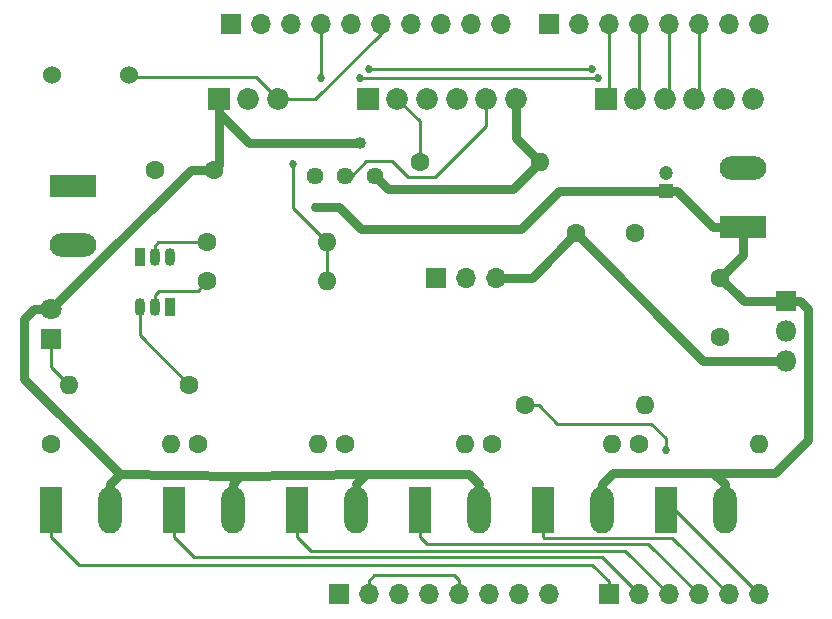
<source format=gbr>
G04 #@! TF.GenerationSoftware,KiCad,Pcbnew,(5.1.5)-3*
G04 #@! TF.CreationDate,2020-01-11T20:00:42-05:00*
G04 #@! TF.ProjectId,data_station_backpack,64617461-5f73-4746-9174-696f6e5f6261,rev?*
G04 #@! TF.SameCoordinates,Original*
G04 #@! TF.FileFunction,Copper,L1,Top*
G04 #@! TF.FilePolarity,Positive*
%FSLAX46Y46*%
G04 Gerber Fmt 4.6, Leading zero omitted, Abs format (unit mm)*
G04 Created by KiCad (PCBNEW (5.1.5)-3) date 2020-01-11 20:00:42*
%MOMM*%
%LPD*%
G04 APERTURE LIST*
%ADD10O,1.700000X1.700000*%
%ADD11R,1.700000X1.700000*%
%ADD12C,1.440000*%
%ADD13C,1.600000*%
%ADD14C,1.200000*%
%ADD15R,1.200000X1.200000*%
%ADD16C,1.800000*%
%ADD17R,1.800000X1.800000*%
%ADD18O,1.600000X1.600000*%
%ADD19O,1.800000X1.800000*%
%ADD20C,1.524000*%
%ADD21R,1.980000X3.960000*%
%ADD22O,1.980000X3.960000*%
%ADD23R,1.850000X1.850000*%
%ADD24C,1.850000*%
%ADD25O,3.960000X1.980000*%
%ADD26R,3.960000X1.980000*%
%ADD27R,0.900000X1.500000*%
%ADD28O,0.900000X1.500000*%
%ADD29C,1.016000*%
%ADD30C,0.685800*%
%ADD31C,0.250000*%
%ADD32C,0.762000*%
%ADD33C,0.254000*%
G04 APERTURE END LIST*
D10*
X174498000Y-75565000D03*
X171958000Y-75565000D03*
X169418000Y-75565000D03*
X166878000Y-75565000D03*
X164338000Y-75565000D03*
X161798000Y-75565000D03*
X159258000Y-75565000D03*
D11*
X156718000Y-75565000D03*
D12*
X136906000Y-88392000D03*
X139446000Y-88392000D03*
X141986000Y-88392000D03*
D13*
X171259500Y-102028000D03*
X171259500Y-97028000D03*
D14*
X166624000Y-88162000D03*
D15*
X166624000Y-89662000D03*
D13*
X164020500Y-93281500D03*
X159020500Y-93281500D03*
X123397000Y-87884000D03*
X128397000Y-87884000D03*
D16*
X114617500Y-99695000D03*
D17*
X114617500Y-102235000D03*
D13*
X114554000Y-111125000D03*
D18*
X124714000Y-111125000D03*
D13*
X127000000Y-111125000D03*
D18*
X137160000Y-111125000D03*
X149606000Y-111125000D03*
D13*
X139446000Y-111125000D03*
X151892000Y-111125000D03*
D18*
X162052000Y-111125000D03*
X174498000Y-111125000D03*
D13*
X164338000Y-111125000D03*
X154749500Y-107823000D03*
D18*
X164909500Y-107823000D03*
X137985500Y-94043500D03*
D13*
X127825500Y-94043500D03*
X145796000Y-87249000D03*
D18*
X155956000Y-87249000D03*
X116141500Y-106108500D03*
D13*
X126301500Y-106108500D03*
D18*
X137985500Y-97345500D03*
D13*
X127825500Y-97345500D03*
D19*
X176847500Y-104076500D03*
X176847500Y-101536500D03*
D17*
X176847500Y-98996500D03*
D20*
X121181000Y-79883000D03*
X114681000Y-79883000D03*
D21*
X114594000Y-116713000D03*
D22*
X119594000Y-116713000D03*
D21*
X124968000Y-116713000D03*
D22*
X129968000Y-116713000D03*
D23*
X141424000Y-81915000D03*
D24*
X143924000Y-81915000D03*
X146424000Y-81915000D03*
X148924000Y-81915000D03*
X151424000Y-81915000D03*
X153924000Y-81915000D03*
D22*
X140382000Y-116713000D03*
D21*
X135382000Y-116713000D03*
X145796000Y-116713000D03*
D22*
X150796000Y-116713000D03*
X161210000Y-116713000D03*
D21*
X156210000Y-116713000D03*
D24*
X174044000Y-81915000D03*
X171544000Y-81915000D03*
X169044000Y-81915000D03*
X166544000Y-81915000D03*
X164044000Y-81915000D03*
D23*
X161544000Y-81915000D03*
D21*
X166624000Y-116713000D03*
D22*
X171624000Y-116713000D03*
D25*
X116459000Y-94297500D03*
D26*
X116459000Y-89297500D03*
D24*
X133778000Y-81915000D03*
X131278000Y-81915000D03*
D23*
X128778000Y-81915000D03*
D10*
X152273000Y-97028000D03*
X149733000Y-97028000D03*
D11*
X147193000Y-97028000D03*
D10*
X174498000Y-123825000D03*
X171958000Y-123825000D03*
X169418000Y-123825000D03*
X166878000Y-123825000D03*
X164338000Y-123825000D03*
D11*
X161798000Y-123825000D03*
X138938000Y-123825000D03*
D10*
X141478000Y-123825000D03*
X144018000Y-123825000D03*
X146558000Y-123825000D03*
X149098000Y-123825000D03*
X151638000Y-123825000D03*
X154178000Y-123825000D03*
X156718000Y-123825000D03*
X152654000Y-75565000D03*
X150114000Y-75565000D03*
X147574000Y-75565000D03*
X145034000Y-75565000D03*
X142494000Y-75565000D03*
X139954000Y-75565000D03*
X137414000Y-75565000D03*
X134874000Y-75565000D03*
X132334000Y-75565000D03*
D11*
X129794000Y-75565000D03*
D26*
X173164500Y-92710000D03*
D25*
X173164500Y-87710000D03*
D27*
X122110500Y-95313500D03*
D28*
X124650500Y-95313500D03*
X123380500Y-95313500D03*
X123380500Y-99504500D03*
X122110500Y-99504500D03*
D27*
X124650500Y-99504500D03*
D29*
X140779502Y-85661500D03*
D30*
X136969500Y-91059000D03*
X166624000Y-111633000D03*
X135064500Y-87376000D03*
X160401000Y-79375000D03*
X141478000Y-79375000D03*
X160909000Y-80137000D03*
X140715990Y-80137000D03*
X137414000Y-80137000D03*
D31*
X150796000Y-116713000D02*
X150796000Y-114483000D01*
D32*
X141073000Y-113792000D02*
X141097000Y-113792000D01*
X140382000Y-114483000D02*
X141073000Y-113792000D01*
D31*
X140382000Y-116713000D02*
X140382000Y-114483000D01*
D32*
X141224000Y-113665000D02*
X141097000Y-113792000D01*
X150796000Y-114483000D02*
X149978000Y-113665000D01*
X149978000Y-113665000D02*
X141224000Y-113665000D01*
X119594000Y-114483000D02*
X119594000Y-116713000D01*
X120412000Y-113665000D02*
X119594000Y-114483000D01*
X130429000Y-114022000D02*
X130429000Y-113792000D01*
X129968000Y-116713000D02*
X129968000Y-114483000D01*
X129968000Y-114483000D02*
X130429000Y-114022000D01*
X141224000Y-113665000D02*
X130429000Y-113792000D01*
X130429000Y-113792000D02*
X120412000Y-113665000D01*
X153924000Y-85217000D02*
X155956000Y-87249000D01*
X153924000Y-81915000D02*
X153924000Y-85217000D01*
X128778000Y-83094000D02*
X128778000Y-81915000D01*
X155156001Y-88048999D02*
X155956000Y-87249000D01*
X141986000Y-88392000D02*
X143129000Y-89535000D01*
X153670000Y-89535000D02*
X155156001Y-88048999D01*
X143129000Y-89535000D02*
X153670000Y-89535000D01*
X112331500Y-105584500D02*
X120412000Y-113665000D01*
X112331500Y-100520500D02*
X112331500Y-105584500D01*
X113157000Y-99695000D02*
X114617500Y-99695000D01*
X112331500Y-100520500D02*
X113157000Y-99695000D01*
X155274000Y-97028000D02*
X159020500Y-93281500D01*
X152273000Y-97028000D02*
X155274000Y-97028000D01*
X128778000Y-83094000D02*
X131345500Y-85661500D01*
X131345500Y-85661500D02*
X140061082Y-85661500D01*
X140061082Y-85661500D02*
X140779502Y-85661500D01*
X175574708Y-104076500D02*
X176847500Y-104076500D01*
X159020500Y-93281500D02*
X169815500Y-104076500D01*
X169815500Y-104076500D02*
X175574708Y-104076500D01*
X128778000Y-87503000D02*
X128397000Y-87884000D01*
X128778000Y-83094000D02*
X128778000Y-87503000D01*
X128397000Y-87884000D02*
X126428500Y-87884000D01*
X116903500Y-97409000D02*
X114617500Y-99695000D01*
X126428500Y-87884000D02*
X116903500Y-97409000D01*
X162155000Y-113538000D02*
X161210000Y-114483000D01*
X161210000Y-114483000D02*
X161210000Y-116713000D01*
X170679000Y-113538000D02*
X162155000Y-113538000D01*
X171624000Y-116713000D02*
X171624000Y-114483000D01*
X173228000Y-98996500D02*
X171259500Y-97028000D01*
X176847500Y-98996500D02*
X173228000Y-98996500D01*
X173164500Y-95123000D02*
X171259500Y-97028000D01*
X173164500Y-92710000D02*
X173164500Y-95123000D01*
X170930500Y-92710000D02*
X173164500Y-92710000D01*
X170624500Y-113538000D02*
X170679000Y-113538000D01*
X171624000Y-114483000D02*
X170624500Y-113538000D01*
X176847500Y-98996500D02*
X178001500Y-98996500D01*
X178001500Y-98996500D02*
X178689000Y-99684000D01*
X154368500Y-92900500D02*
X140843000Y-92900500D01*
X139001500Y-91059000D02*
X136969500Y-91059000D01*
X157607000Y-89662000D02*
X154368500Y-92900500D01*
X166624000Y-89662000D02*
X157607000Y-89662000D01*
X140843000Y-92900500D02*
X139001500Y-91059000D01*
X166624000Y-89662000D02*
X167576500Y-89662000D01*
X170624500Y-92710000D02*
X170930500Y-92710000D01*
X167576500Y-89662000D02*
X170624500Y-92710000D01*
X175895000Y-113538000D02*
X170624500Y-113538000D01*
X178689000Y-99684000D02*
X178689000Y-110744000D01*
X178689000Y-110744000D02*
X175895000Y-113538000D01*
D33*
X114617500Y-104584500D02*
X116141500Y-106108500D01*
X114617500Y-102235000D02*
X114617500Y-104584500D01*
D31*
X161798000Y-123825000D02*
X161798000Y-122725000D01*
D33*
X114594000Y-118943000D02*
X114594000Y-116713000D01*
X116999500Y-121348500D02*
X114594000Y-118943000D01*
X161798000Y-122725000D02*
X160421500Y-121348500D01*
X160421500Y-121348500D02*
X116999500Y-121348500D01*
X124968000Y-118943000D02*
X124968000Y-116713000D01*
D31*
X126421000Y-120396000D02*
X124968000Y-118943000D01*
D33*
X126738500Y-120713500D02*
X126421000Y-120396000D01*
X164338000Y-123825000D02*
X161226500Y-120713500D01*
X161226500Y-120713500D02*
X126738500Y-120713500D01*
X145796000Y-83787000D02*
X145796000Y-87249000D01*
X143924000Y-81915000D02*
X145796000Y-83787000D01*
X147066000Y-88519000D02*
X151424000Y-84161000D01*
X151424000Y-83223147D02*
X151424000Y-81915000D01*
X140081000Y-88392000D02*
X141287500Y-87185500D01*
X151424000Y-84161000D02*
X151424000Y-83223147D01*
X139446000Y-88392000D02*
X140081000Y-88392000D01*
X144780000Y-88519000D02*
X147066000Y-88519000D01*
X141287500Y-87185500D02*
X143446500Y-87185500D01*
X143446500Y-87185500D02*
X144780000Y-88519000D01*
X136581000Y-120142000D02*
X135382000Y-118943000D01*
X166878000Y-123825000D02*
X163195000Y-120142000D01*
X135382000Y-118943000D02*
X135382000Y-116713000D01*
X163195000Y-120142000D02*
X136581000Y-120142000D01*
X146423500Y-119570500D02*
X145796000Y-118943000D01*
X169418000Y-123825000D02*
X165163500Y-119570500D01*
X145796000Y-118943000D02*
X145796000Y-116713000D01*
X165163500Y-119570500D02*
X146423500Y-119570500D01*
X171958000Y-123825000D02*
X167178967Y-119045967D01*
X156312967Y-119045967D02*
X156210000Y-118943000D01*
X167178967Y-119045967D02*
X156312967Y-119045967D01*
X156210000Y-118943000D02*
X156210000Y-116713000D01*
X167386000Y-116713000D02*
X166624000Y-116713000D01*
X174498000Y-123825000D02*
X167386000Y-116713000D01*
X155880870Y-107823000D02*
X154749500Y-107823000D01*
X157468370Y-109410500D02*
X155880870Y-107823000D01*
X165417500Y-109410500D02*
X157468370Y-109410500D01*
X166624000Y-110617000D02*
X165417500Y-109410500D01*
X166624000Y-111633000D02*
X166624000Y-110617000D01*
X123380500Y-94309500D02*
X123380500Y-95313500D01*
X123646500Y-94043500D02*
X123380500Y-94309500D01*
X127825500Y-94043500D02*
X123646500Y-94043500D01*
X122110500Y-101917500D02*
X126301500Y-106108500D01*
X122110500Y-99504500D02*
X122110500Y-101917500D01*
X123380500Y-99135500D02*
X123380500Y-100139500D01*
X123735501Y-98145499D02*
X123380500Y-98500500D01*
X127025501Y-98145499D02*
X123735501Y-98145499D01*
X123380500Y-98500500D02*
X123380500Y-99504500D01*
X127825500Y-97345500D02*
X127025501Y-98145499D01*
X137985500Y-95174870D02*
X137985500Y-97345500D01*
X137985500Y-94043500D02*
X137985500Y-95174870D01*
X135064500Y-91122500D02*
X137985500Y-94043500D01*
X135064500Y-87376000D02*
X135064500Y-91122500D01*
X142494000Y-75565000D02*
X142494000Y-76390500D01*
X136969500Y-81915000D02*
X133778000Y-81915000D01*
X142494000Y-76390500D02*
X136969500Y-81915000D01*
X121371500Y-80073500D02*
X121181000Y-79883000D01*
X133778000Y-81915000D02*
X131936500Y-80073500D01*
X131936500Y-80073500D02*
X121371500Y-80073500D01*
X160401000Y-79375000D02*
X141478000Y-79375000D01*
X160909000Y-80137000D02*
X140715990Y-80137000D01*
X137414000Y-75565000D02*
X137414000Y-80137000D01*
D31*
X169418000Y-81541000D02*
X169044000Y-81915000D01*
X169418000Y-75565000D02*
X169418000Y-81541000D01*
X166878000Y-81581000D02*
X166544000Y-81915000D01*
X166878000Y-75565000D02*
X166878000Y-81581000D01*
X164338000Y-81621000D02*
X164044000Y-81915000D01*
X164338000Y-75565000D02*
X164338000Y-81621000D01*
X161798000Y-81661000D02*
X161544000Y-81915000D01*
X161798000Y-75565000D02*
X161798000Y-81661000D01*
D33*
X141478000Y-122682000D02*
X141478000Y-123825000D01*
X141922500Y-122237500D02*
X141478000Y-122682000D01*
X149098000Y-123825000D02*
X149098000Y-122622919D01*
X148712581Y-122237500D02*
X141922500Y-122237500D01*
X149098000Y-122622919D02*
X148712581Y-122237500D01*
M02*

</source>
